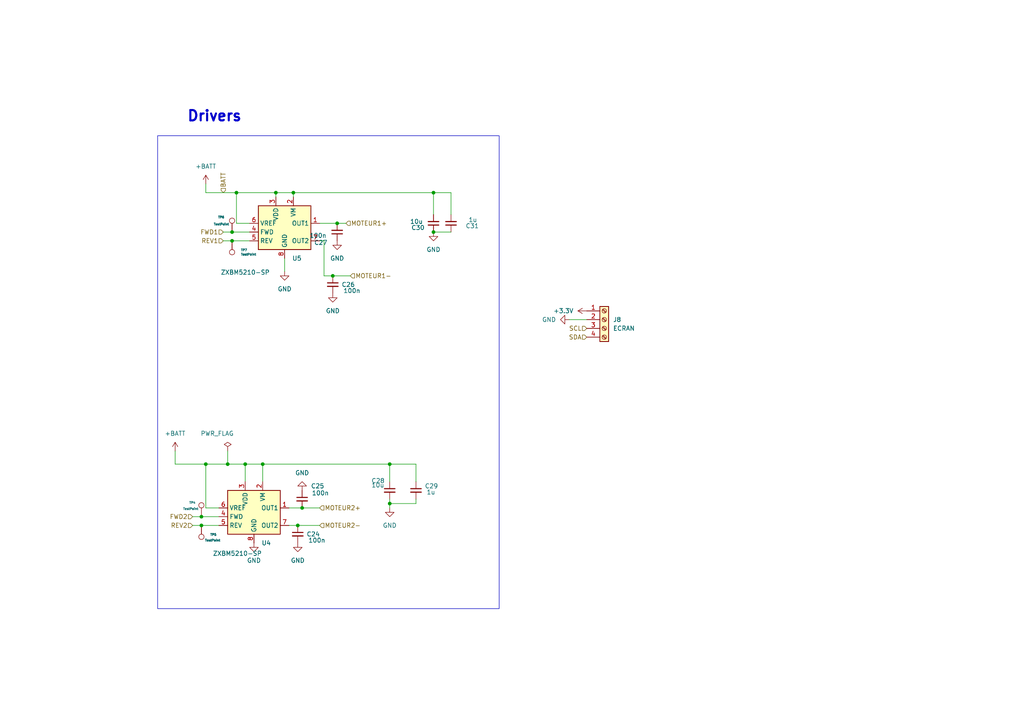
<source format=kicad_sch>
(kicad_sch (version 20231120) (generator "eeschema") (generator_version "8.0")
  (paper "A4")
  (lib_symbols
    (symbol "Connector:Screw_Terminal_01x04" (pin_names (offset 1.016) hide)
      (property "Reference" "J" (at 0 5.08 0))
      (property "Value" "Screw_Terminal_01x04" (at 0 -7.62 0))
      (symbol "Screw_Terminal_01x04_1_1"
        (rectangle (start -1.27 3.81) (end 1.27 -6.35) (stroke (width 0.254)) (fill (type background)))
        (circle (center 0 -5.08) (radius 0.635) (stroke (width 0.1524)))
        (circle (center 0 -2.54) (radius 0.635) (stroke (width 0.1524)))
        (polyline (pts (xy -0.5334 -4.7498) (xy 0.3302 -5.588)) (stroke (width 0.1524)))
        (polyline (pts (xy -0.5334 -2.2098) (xy 0.3302 -3.048)) (stroke (width 0.1524)))
        (polyline (pts (xy -0.5334 0.3302) (xy 0.3302 -0.508)) (stroke (width 0.1524)))
        (polyline (pts (xy -0.5334 2.8702) (xy 0.3302 2.032)) (stroke (width 0.1524)))
        (polyline (pts (xy -0.3556 -4.572) (xy 0.508 -5.4102)) (stroke (width 0.1524)))
        (polyline (pts (xy -0.3556 -2.032) (xy 0.508 -2.8702)) (stroke (width 0.1524)))
        (polyline (pts (xy -0.3556 0.508) (xy 0.508 -0.3302)) (stroke (width 0.1524)))
        (polyline (pts (xy -0.3556 3.048) (xy 0.508 2.2098)) (stroke (width 0.1524)))
        (circle (center 0 0) (radius 0.635) (stroke (width 0.1524)))
        (circle (center 0 2.54) (radius 0.635) (stroke (width 0.1524)))
        (pin passive line (at -5.08 2.54 0) (length 3.81) (name "Pin_1") (number "1"))
        (pin passive line (at -5.08 0 0) (length 3.81) (name "Pin_2") (number "2"))
        (pin passive line (at -5.08 -2.54 0) (length 3.81) (name "Pin_3") (number "3"))
        (pin passive line (at -5.08 -5.08 0) (length 3.81) (name "Pin_4") (number "4"))
      )
    )
    (symbol "Connector:TestPoint" (pin_numbers hide) (pin_names (offset 0.762) hide)
      (property "Reference" "TP" (at 0 6.858 0))
      (property "Value" "TestPoint" (at 0 5.08 0))
      (symbol "TestPoint_0_1"
        (circle (center 0 3.302) (radius 0.762))
      )
      (symbol "TestPoint_1_1"
        (pin passive line (at 0 0 90) (length 2.54) (name "1") (number "1"))
      )
    )
    (symbol "Device:C_Small" (pin_numbers hide) (pin_names (offset 0.254) hide)
      (property "Reference" "C" (at 0.254 1.778 0))
      (property "Value" "C_Small" (at 0.254 -2.032 0))
      (symbol "C_Small_0_1"
        (polyline (pts (xy -1.524 -0.508) (xy 1.524 -0.508)) (stroke (width 0.3302)))
        (polyline (pts (xy -1.524 0.508) (xy 1.524 0.508)) (stroke (width 0.3048)))
      )
      (symbol "C_Small_1_1"
        (pin passive line (at 0 2.54 270) (length 2.032) (name "~") (number "1"))
        (pin passive line (at 0 -2.54 90) (length 2.032) (name "~") (number "2"))
      )
    )
    (symbol "Driver_Motor:ZXBM5210-SP"
      (property "Reference" "U" (at -7.62 8.89 0))
      (property "Value" "ZXBM5210-SP" (at 10.16 8.89 0))
      (symbol "ZXBM5210-SP_0_0"
        (pin output line (at 10.16 2.54 180) (length 2.54) (name "OUT1") (number "1"))
        (pin power_in line (at 2.54 10.16 270) (length 2.54) (name "VM") (number "2"))
        (pin power_in line (at -2.54 10.16 270) (length 2.54) (name "VDD") (number "3"))
        (pin input line (at -10.16 0 0) (length 2.54) (name "FWD") (number "4"))
        (pin input line (at -10.16 -2.54 0) (length 2.54) (name "REV") (number "5"))
        (pin input line (at -10.16 2.54 0) (length 2.54) (name "VREF") (number "6"))
        (pin output line (at 10.16 -2.54 180) (length 2.54) (name "OUT2") (number "7"))
        (pin power_in line (at 0 -7.62 90) (length 2.54) (name "GND") (number "8"))
        (pin passive line (at 0 -7.62 90) (length 2.54) hide (name "GND") (number "9"))
      )
      (symbol "ZXBM5210-SP_0_1"
        (rectangle (start -7.62 7.62) (end 7.62 -5.08) (stroke (width 0.254)) (fill (type background)))
      )
    )
    (symbol "power:+3.3V" (power) (pin_names (offset 0))
      (property "Value" "+3.3V" (at 0 3.556 0))
      (symbol "+3.3V_0_1"
        (polyline (pts (xy -0.762 1.27) (xy 0 2.54)))
        (polyline (pts (xy 0 0) (xy 0 2.54)))
        (polyline (pts (xy 0 2.54) (xy 0.762 1.27)))
      )
      (symbol "+3.3V_1_1"
        (pin power_in line (at 0 0 90) (length 0) hide (name "+3.3V") (number "1"))
      )
    )
    (symbol "power:+BATT" (power) (pin_numbers hide) (pin_names (offset 0) hide)
      (property "Value" "+BATT" (at 0 3.556 0))
      (symbol "+BATT_0_1"
        (polyline (pts (xy -0.762 1.27) (xy 0 2.54)))
        (polyline (pts (xy 0 0) (xy 0 2.54)))
        (polyline (pts (xy 0 2.54) (xy 0.762 1.27)))
      )
      (symbol "+BATT_1_1"
        (pin power_in line (at 0 0 90) (length 0) (name "~") (number "1"))
      )
    )
    (symbol "power:GND" (power) (pin_names (offset 0))
      (property "Value" "GND" (at 0 -3.81 0))
      (symbol "GND_0_1"
        (polyline (pts (xy 0 0) (xy 0 -1.27) (xy 1.27 -1.27) (xy 0 -2.54) (xy -1.27 -1.27) (xy 0 -1.27)))
      )
      (symbol "GND_1_1"
        (pin power_in line (at 0 0 270) (length 0) hide (name "GND") (number "1"))
      )
    )
    (symbol "power:PWR_FLAG" (power) (pin_numbers hide) (pin_names (offset 0) hide)
      (property "Value" "PWR_FLAG" (at 0 3.81 0))
      (symbol "PWR_FLAG_0_0"
        (pin power_out line (at 0 0 90) (length 0) (name "~") (number "1"))
      )
      (symbol "PWR_FLAG_0_1"
        (polyline (pts (xy 0 0) (xy 0 1.27) (xy -1.016 1.905) (xy 0 2.54) (xy 1.016 1.905) (xy 0 1.27)))
      )
    )
  )
  (junction (at 113.03 146.05))
  (junction (at 66.04 134.62))
  (junction (at 80.01 55.88))
  (junction (at 86.36 152.4))
  (junction (at 96.52 80.01))
  (junction (at 58.42 149.86))
  (junction (at 67.31 69.85))
  (junction (at 76.2 134.62))
  (junction (at 58.42 152.4))
  (junction (at 85.09 55.88))
  (junction (at 87.63 147.32))
  (junction (at 97.79 64.77))
  (junction (at 59.69 134.62))
  (junction (at 71.12 134.62))
  (junction (at 125.73 55.88))
  (junction (at 67.31 67.31))
  (junction (at 125.73 67.31))
  (junction (at 68.58 55.88))
  (junction (at 113.03 134.62))
  (wire (pts (xy 76.2 134.62) (xy 76.2 139.7)))
  (wire (pts (xy 101.6 80.01) (xy 96.52 80.01)))
  (wire (pts (xy 68.58 64.77) (xy 68.58 55.88)))
  (wire (pts (xy 58.42 149.86) (xy 63.5 149.86)))
  (wire (pts (xy 76.2 134.62) (xy 71.12 134.62)))
  (wire (pts (xy 120.65 134.62) (xy 120.65 139.7)))
  (wire (pts (xy 97.79 64.77) (xy 100.33 64.77)))
  (wire (pts (xy 92.71 64.77) (xy 97.79 64.77)))
  (wire (pts (xy 113.03 144.78) (xy 113.03 146.05)))
  (wire (pts (xy 59.69 134.62) (xy 66.04 134.62)))
  (wire (pts (xy 59.69 147.32) (xy 59.69 134.62)))
  (wire (pts (xy 50.8 134.62) (xy 50.8 130.81)))
  (wire (pts (xy 93.98 69.85) (xy 92.71 69.85)))
  (wire (pts (xy 72.39 64.77) (xy 68.58 64.77)))
  (wire (pts (xy 55.88 152.4) (xy 58.42 152.4)))
  (wire (pts (xy 80.01 55.88) (xy 80.01 57.15)))
  (wire (pts (xy 87.63 147.32) (xy 83.82 147.32)))
  (wire (pts (xy 92.71 147.32) (xy 87.63 147.32)))
  (wire (pts (xy 130.81 62.23) (xy 130.81 55.88)))
  (wire (pts (xy 93.98 80.01) (xy 93.98 69.85)))
  (wire (pts (xy 55.88 149.86) (xy 58.42 149.86)))
  (wire (pts (xy 67.31 69.85) (xy 72.39 69.85)))
  (wire (pts (xy 96.52 80.01) (xy 93.98 80.01)))
  (wire (pts (xy 63.5 147.32) (xy 59.69 147.32)))
  (wire (pts (xy 120.65 144.78) (xy 120.65 146.05)))
  (wire (pts (xy 85.09 55.88) (xy 125.73 55.88)))
  (wire (pts (xy 125.73 55.88) (xy 130.81 55.88)))
  (wire (pts (xy 113.03 146.05) (xy 113.03 147.32)))
  (wire (pts (xy 92.71 152.4) (xy 86.36 152.4)))
  (wire (pts (xy 71.12 134.62) (xy 71.12 139.7)))
  (wire (pts (xy 80.01 55.88) (xy 85.09 55.88)))
  (wire (pts (xy 120.65 146.05) (xy 113.03 146.05)))
  (wire (pts (xy 64.77 67.31) (xy 67.31 67.31)))
  (wire (pts (xy 67.31 67.31) (xy 72.39 67.31)))
  (wire (pts (xy 58.42 152.4) (xy 63.5 152.4)))
  (wire (pts (xy 165.1 92.71) (xy 170.18 92.71)))
  (wire (pts (xy 59.69 55.88) (xy 68.58 55.88)))
  (wire (pts (xy 125.73 55.88) (xy 125.73 62.23)))
  (wire (pts (xy 50.8 134.62) (xy 59.69 134.62)))
  (wire (pts (xy 66.04 134.62) (xy 71.12 134.62)))
  (wire (pts (xy 86.36 152.4) (xy 83.82 152.4)))
  (wire (pts (xy 82.55 74.93) (xy 82.55 78.74)))
  (wire (pts (xy 113.03 134.62) (xy 120.65 134.62)))
  (wire (pts (xy 64.77 69.85) (xy 67.31 69.85)))
  (wire (pts (xy 85.09 55.88) (xy 85.09 57.15)))
  (wire (pts (xy 59.69 53.34) (xy 59.69 55.88)))
  (wire (pts (xy 125.73 67.31) (xy 130.81 67.31)))
  (wire (pts (xy 66.04 134.62) (xy 66.04 130.81)))
  (wire (pts (xy 113.03 134.62) (xy 76.2 134.62)))
  (wire (pts (xy 113.03 139.7) (xy 113.03 134.62)))
  (wire (pts (xy 68.58 55.88) (xy 80.01 55.88)))
  (rectangle (start 45.72 39.37) (end 144.78 176.53))
  (text "Drivers" (at 54.102 35.56 0) (effects (font (size 3 3) (thickness 0.6) (bold yes)) (justify left bottom)))
  (hierarchical_label "SDA" (shape input) (at 170.18 97.79 180))
  (hierarchical_label "MOTEUR1+" (shape input) (at 100.33 64.77 0))
  (hierarchical_label "REV1" (shape input) (at 64.77 69.85 180))
  (hierarchical_label "MOTEUR2+" (shape input) (at 92.71 147.32 0))
  (hierarchical_label "SCL" (shape input) (at 170.18 95.25 180))
  (hierarchical_label "FWD2" (shape input) (at 55.88 149.86 180))
  (hierarchical_label "REV2" (shape input) (at 55.88 152.4 180))
  (hierarchical_label "MOTEUR1-" (shape input) (at 101.6 80.01 0))
  (hierarchical_label "FWD1" (shape input) (at 64.77 67.31 180))
  (hierarchical_label "MOTEUR2-" (shape input) (at 92.71 152.4 0))
  (hierarchical_label "BATT" (shape input) (at 64.77 55.88 90))
  (symbol (lib_id "power:GND") (at 87.63 142.24 180) (unit 1)
    (property "Reference" "#PWR060" (effects (hide yes)))
    (property "Value" "GND" (at 87.63 137.16 0))
  )
  (symbol (lib_id "Connector:Screw_Terminal_01x04") (at 175.26 92.71 0) (unit 1)
    (property "Reference" "J8" (at 177.8 92.7099 0) (effects (justify left)))
    (property "Value" "ECRAN" (at 177.8 95.2499 0) (effects (justify left)))
    (property "Footprint" "Connector_JST:JST_XH_S4B-XH-A_1x04_P2.50mm_Horizontal" (effects (hide yes)))
    (property "Description" "Generic screw terminal, single row, 01x04, script generated (kicad-library-utils/schlib/autogen/connector/)" (effects (hide yes)))
  )
  (symbol (lib_id "Device:C_Small") (at 120.65 142.24 0) (unit 1)
    (property "Reference" "C29" (at 123.19 140.9763 0) (effects (justify left)))
    (property "Value" "1u" (at 123.698 142.748 0) (effects (justify left)))
    (property "Footprint" "Capacitor_SMD:C_0402_1005Metric_Pad0.74x0.62mm_HandSolder" (effects (hide yes)))
  )
  (symbol (lib_id "Device:C_Small") (at 125.73 64.77 180) (unit 1)
    (property "Reference" "C30" (at 123.19 66.0337 0) (effects (justify left)))
    (property "Value" "10u" (at 122.682 64.262 0) (effects (justify left)))
    (property "Footprint" "Capacitor_SMD:C_0603_1608Metric_Pad1.08x0.95mm_HandSolder" (effects (hide yes)))
  )
  (symbol (lib_id "Device:C_Small") (at 97.79 67.31 180) (unit 1)
    (property "Reference" "C27" (at 94.996 70.358 0) (effects (justify left)))
    (property "Value" "100n" (at 94.742 68.326 0) (effects (justify left)))
    (property "Footprint" "Capacitor_SMD:C_0402_1005Metric_Pad0.74x0.62mm_HandSolder" (effects (hide yes)))
  )
  (symbol (lib_id "power:GND") (at 165.1 92.71 270) (mirror x) (unit 1)
    (property "Reference" "#PWR065" (effects (hide yes)))
    (property "Value" "GND" (at 161.29 92.7099 90) (effects (justify right)))
  )
  (symbol (lib_id "Device:C_Small") (at 130.81 64.77 180) (unit 1)
    (property "Reference" "C31" (at 138.938 65.5257 0) (effects (justify left)))
    (property "Value" "1u" (at 138.43 63.754 0) (effects (justify left)))
    (property "Footprint" "Capacitor_SMD:C_0402_1005Metric_Pad0.74x0.62mm_HandSolder" (effects (hide yes)))
  )
  (symbol (lib_id "Device:C_Small") (at 87.63 144.78 0) (unit 1)
    (property "Reference" "C25" (at 90.17 140.97 0) (effects (justify left)))
    (property "Value" "100n" (at 90.424 143.002 0) (effects (justify left)))
    (property "Footprint" "Capacitor_SMD:C_0402_1005Metric_Pad0.74x0.62mm_HandSolder" (effects (hide yes)))
  )
  (symbol (lib_id "Device:C_Small") (at 113.03 142.24 0) (unit 1)
    (property "Reference" "C28" (at 107.696 139.446 0) (effects (justify left)))
    (property "Value" "10u" (at 107.696 140.716 0) (effects (justify left)))
    (property "Footprint" "Capacitor_SMD:C_0603_1608Metric_Pad1.08x0.95mm_HandSolder" (effects (hide yes)))
  )
  (symbol (lib_id "Connector:TestPoint") (at 67.31 67.31 0) (unit 1)
    (property "Reference" "TP6" (at 63.246 62.992 0) (effects (font (size 0.635 0.635)) (justify left)))
    (property "Value" "TestPoint" (at 61.976 65.024 0) (effects (font (size 0.635 0.635)) (justify left)))
    (property "Footprint" "TestPoint:TestPoint_Pad_D1.0mm" (effects (hide yes)))
    (property "Description" "test point" (effects (hide yes)))
  )
  (symbol (lib_id "power:GND") (at 82.55 78.74 0) (unit 1)
    (property "Reference" "#PWR058" (effects (hide yes)))
    (property "Value" "GND" (at 82.55 83.82 0))
  )
  (symbol (lib_id "power:GND") (at 86.36 157.48 0) (unit 1)
    (property "Reference" "#PWR059" (effects (hide yes)))
    (property "Value" "GND" (at 86.36 162.56 0))
  )
  (symbol (lib_id "power:GND") (at 96.52 85.09 0) (unit 1)
    (property "Reference" "#PWR061" (effects (hide yes)))
    (property "Value" "GND" (at 96.52 90.17 0))
  )
  (symbol (lib_id "Driver_Motor:ZXBM5210-SP") (at 73.66 149.86 0) (unit 1)
    (property "Reference" "U4" (at 75.8541 157.48 0) (effects (justify left)))
    (property "Value" "ZXBM5210-SP" (at 61.722 160.528 0) (effects (justify left)))
    (property "Footprint" "Package_SO:Diodes_SO-8EP" (effects (hide yes)))
    (property "Datasheet" "https://www.diodes.com/assets/Datasheets/ZXBM5210.pdf" (effects (hide yes)))
  )
  (symbol (lib_id "power:GND") (at 113.03 147.32 0) (unit 1)
    (property "Reference" "#PWR063" (effects (hide yes)))
    (property "Value" "GND" (at 113.03 152.4 0))
  )
  (symbol (lib_id "power:PWR_FLAG") (at 66.04 130.81 0) (unit 1)
    (property "Reference" "#FLG04" (effects (hide yes)))
    (property "Value" "PWR_FLAG" (at 62.992 125.73 0))
    (property "Description" "Special symbol for telling ERC where power comes from" (effects (hide yes)))
  )
  (symbol (lib_id "power:GND") (at 97.79 69.85 0) (unit 1)
    (property "Reference" "#PWR062" (effects (hide yes)))
    (property "Value" "GND" (at 97.79 74.93 0))
  )
  (symbol (lib_id "Device:C_Small") (at 96.52 82.55 0) (unit 1)
    (property "Reference" "C26" (at 99.06 82.55 0) (effects (justify left)))
    (property "Value" "100n" (at 99.568 84.328 0) (effects (justify left)))
    (property "Footprint" "Capacitor_SMD:C_0402_1005Metric_Pad0.74x0.62mm_HandSolder" (effects (hide yes)))
  )
  (symbol (lib_id "Device:C_Small") (at 86.36 154.94 0) (unit 1)
    (property "Reference" "C24" (at 88.9 154.94 0) (effects (justify left)))
    (property "Value" "100n" (at 89.408 156.718 0) (effects (justify left)))
    (property "Footprint" "Capacitor_SMD:C_0402_1005Metric_Pad0.74x0.62mm_HandSolder" (effects (hide yes)))
  )
  (symbol (lib_id "Connector:TestPoint") (at 67.31 69.85 180) (unit 1)
    (property "Reference" "TP7" (at 69.85 72.517 0) (effects (font (size 0.635 0.635)) (justify right)))
    (property "Value" "TestPoint" (at 69.85 73.787 0) (effects (font (size 0.635 0.635)) (justify right)))
    (property "Footprint" "TestPoint:TestPoint_Pad_D1.0mm" (effects (hide yes)))
    (property "Description" "test point" (effects (hide yes)))
  )
  (symbol (lib_id "power:+BATT") (at 50.8 130.81 0) (unit 1)
    (property "Reference" "#PWR055" (effects (hide yes)))
    (property "Value" "+BATT" (at 50.8 125.73 0))
    (property "Description" "Power symbol creates a global label with name \"+BATT\"" (effects (hide yes)))
  )
  (symbol (lib_id "power:+3.3V") (at 170.18 90.17 90) (mirror x) (unit 1)
    (property "Reference" "#PWR066" (effects (hide yes)))
    (property "Value" "+3.3V" (at 166.37 90.1699 90) (effects (justify left)))
  )
  (symbol (lib_id "power:GND") (at 125.73 67.31 0) (unit 1)
    (property "Reference" "#PWR064" (effects (hide yes)))
    (property "Value" "GND" (at 125.73 72.39 0))
  )
  (symbol (lib_id "Connector:TestPoint") (at 58.42 152.4 180) (unit 1)
    (property "Reference" "TP5" (at 60.96 155.067 0) (effects (font (size 0.635 0.635)) (justify right)))
    (property "Value" "TestPoint" (at 59.436 156.718 0) (effects (font (size 0.635 0.635)) (justify right)))
    (property "Footprint" "TestPoint:TestPoint_Pad_D1.0mm" (effects (hide yes)))
    (property "Description" "test point" (effects (hide yes)))
  )
  (symbol (lib_id "power:+BATT") (at 59.69 53.34 0) (unit 1)
    (property "Reference" "#PWR056" (effects (hide yes)))
    (property "Value" "+BATT" (at 59.69 48.26 0))
    (property "Description" "Power symbol creates a global label with name \"+BATT\"" (effects (hide yes)))
  )
  (symbol (lib_id "Driver_Motor:ZXBM5210-SP") (at 82.55 67.31 0) (unit 1)
    (property "Reference" "U5" (at 84.7441 74.93 0) (effects (justify left)))
    (property "Value" "ZXBM5210-SP" (at 64.008 78.994 0) (effects (justify left)))
    (property "Footprint" "Package_SO:Diodes_SO-8EP" (effects (hide yes)))
    (property "Datasheet" "https://www.diodes.com/assets/Datasheets/ZXBM5210.pdf" (effects (hide yes)))
  )
  (symbol (lib_id "Connector:TestPoint") (at 58.42 149.86 0) (unit 1)
    (property "Reference" "TP4" (at 54.864 145.796 0) (effects (font (size 0.635 0.635)) (justify left)))
    (property "Value" "TestPoint" (at 53.086 147.574 0) (effects (font (size 0.635 0.635)) (justify left)))
    (property "Footprint" "TestPoint:TestPoint_Pad_D1.0mm" (effects (hide yes)))
    (property "Description" "test point" (effects (hide yes)))
  )
  (symbol (lib_id "power:GND") (at 73.66 157.48 0) (unit 1)
    (property "Reference" "#PWR057" (effects (hide yes)))
    (property "Value" "GND" (at 73.66 162.56 0))
  )
)
</source>
